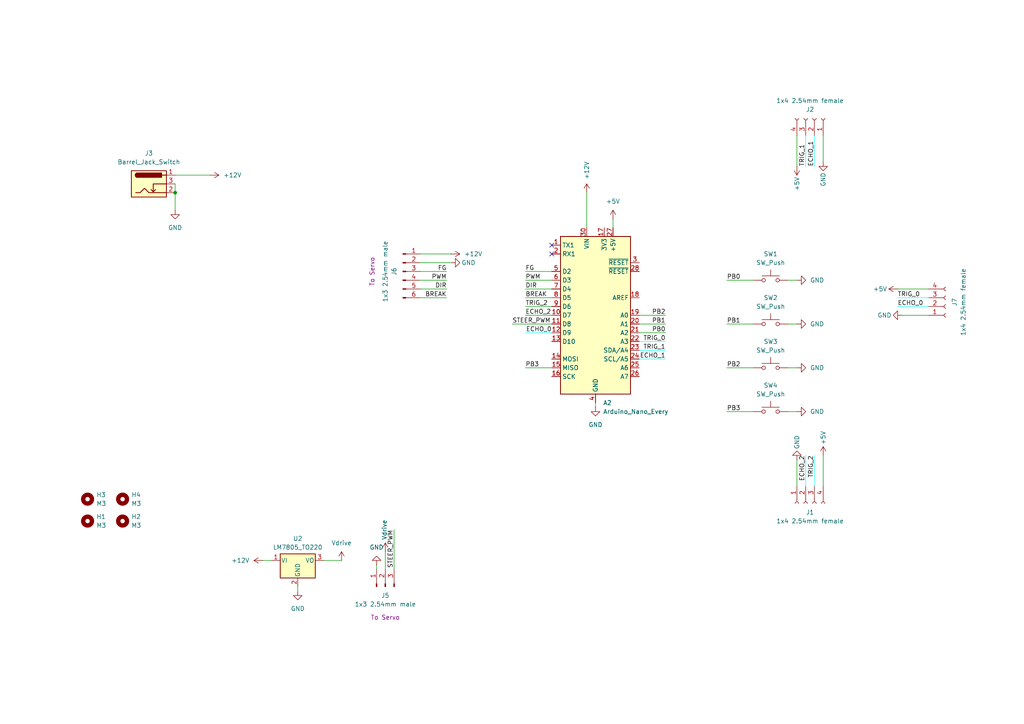
<source format=kicad_sch>
(kicad_sch (version 20231120) (generator "eeschema") (generator_version "8.0")
  (paper "A4")
  (lib_symbols
    (symbol "Connector:Barrel_Jack_Switch" (pin_names hide)
      (property "Reference" "J" (at 0 5.334 0))
      (property "Value" "Barrel_Jack_Switch" (at 0 -5.08 0))
      (symbol "Barrel_Jack_Switch_0_1"
        (rectangle (start -5.08 3.81) (end 5.08 -3.81) (stroke (width 0.254)) (fill (type background)))
        (arc (start -3.302 3.175) (mid -3.9343 2.54) (end -3.302 1.905) (stroke (width 0.254)))
        (arc (start -3.302 3.175) (mid -3.9343 2.54) (end -3.302 1.905) (stroke (width 0.254)) (fill (type outline)))
        (polyline (pts (xy 1.27 -2.286) (xy 1.905 -1.651)) (stroke (width 0.254)))
        (polyline (pts (xy 5.08 2.54) (xy 3.81 2.54)) (stroke (width 0.254)))
        (polyline (pts (xy 5.08 0) (xy 1.27 0) (xy 1.27 -2.286) (xy 0.635 -1.651)) (stroke (width 0.254)))
        (polyline (pts (xy -3.81 -2.54) (xy -2.54 -2.54) (xy -1.27 -1.27) (xy 0 -2.54) (xy 2.54 -2.54) (xy 5.08 -2.54)) (stroke (width 0.254)))
        (rectangle (start 3.683 3.175) (end -3.302 1.905) (stroke (width 0.254)) (fill (type outline)))
      )
      (symbol "Barrel_Jack_Switch_1_1"
        (pin passive line (at 7.62 2.54 180) (length 2.54) (name "~") (number "1"))
        (pin passive line (at 7.62 -2.54 180) (length 2.54) (name "~") (number "2"))
        (pin passive line (at 7.62 0 180) (length 2.54) (name "~") (number "3"))
      )
    )
    (symbol "Connector:Conn_01x03_Pin" (pin_names (offset 1.016) hide)
      (property "Reference" "J" (at 0 5.08 0))
      (property "Value" "Conn_01x03_Pin" (at 0 -5.08 0))
      (symbol "Conn_01x03_Pin_1_1"
        (polyline (pts (xy 1.27 -2.54) (xy 0.8636 -2.54)) (stroke (width 0.1524)))
        (polyline (pts (xy 1.27 0) (xy 0.8636 0)) (stroke (width 0.1524)))
        (polyline (pts (xy 1.27 2.54) (xy 0.8636 2.54)) (stroke (width 0.1524)))
        (rectangle (start 0.8636 -2.413) (end 0 -2.667) (stroke (width 0.1524)) (fill (type outline)))
        (rectangle (start 0.8636 0.127) (end 0 -0.127) (stroke (width 0.1524)) (fill (type outline)))
        (rectangle (start 0.8636 2.667) (end 0 2.413) (stroke (width 0.1524)) (fill (type outline)))
        (pin passive line (at 5.08 2.54 180) (length 3.81) (name "Pin_1") (number "1"))
        (pin passive line (at 5.08 0 180) (length 3.81) (name "Pin_2") (number "2"))
        (pin passive line (at 5.08 -2.54 180) (length 3.81) (name "Pin_3") (number "3"))
      )
    )
    (symbol "Connector:Conn_01x04_Socket" (pin_names (offset 1.016) hide)
      (property "Reference" "J" (at 0 5.08 0))
      (property "Value" "Conn_01x04_Socket" (at 0 -7.62 0))
      (symbol "Conn_01x04_Socket_1_1"
        (arc (start 0 -4.572) (mid -0.5058 -5.08) (end 0 -5.588) (stroke (width 0.1524)))
        (arc (start 0 -2.032) (mid -0.5058 -2.54) (end 0 -3.048) (stroke (width 0.1524)))
        (polyline (pts (xy -1.27 -5.08) (xy -0.508 -5.08)) (stroke (width 0.1524)))
        (polyline (pts (xy -1.27 -2.54) (xy -0.508 -2.54)) (stroke (width 0.1524)))
        (polyline (pts (xy -1.27 0) (xy -0.508 0)) (stroke (width 0.1524)))
        (polyline (pts (xy -1.27 2.54) (xy -0.508 2.54)) (stroke (width 0.1524)))
        (arc (start 0 0.508) (mid -0.5058 0) (end 0 -0.508) (stroke (width 0.1524)))
        (arc (start 0 3.048) (mid -0.5058 2.54) (end 0 2.032) (stroke (width 0.1524)))
        (pin passive line (at -5.08 2.54 0) (length 3.81) (name "Pin_1") (number "1"))
        (pin passive line (at -5.08 0 0) (length 3.81) (name "Pin_2") (number "2"))
        (pin passive line (at -5.08 -2.54 0) (length 3.81) (name "Pin_3") (number "3"))
        (pin passive line (at -5.08 -5.08 0) (length 3.81) (name "Pin_4") (number "4"))
      )
    )
    (symbol "Connector:Conn_01x06_Pin" (pin_names (offset 1.016) hide)
      (property "Reference" "J" (at 0 7.62 0))
      (property "Value" "Conn_01x06_Pin" (at 0 -10.16 0))
      (symbol "Conn_01x06_Pin_1_1"
        (polyline (pts (xy 1.27 -7.62) (xy 0.8636 -7.62)) (stroke (width 0.1524)))
        (polyline (pts (xy 1.27 -5.08) (xy 0.8636 -5.08)) (stroke (width 0.1524)))
        (polyline (pts (xy 1.27 -2.54) (xy 0.8636 -2.54)) (stroke (width 0.1524)))
        (polyline (pts (xy 1.27 0) (xy 0.8636 0)) (stroke (width 0.1524)))
        (polyline (pts (xy 1.27 2.54) (xy 0.8636 2.54)) (stroke (width 0.1524)))
        (polyline (pts (xy 1.27 5.08) (xy 0.8636 5.08)) (stroke (width 0.1524)))
        (rectangle (start 0.8636 -7.493) (end 0 -7.747) (stroke (width 0.1524)) (fill (type outline)))
        (rectangle (start 0.8636 -4.953) (end 0 -5.207) (stroke (width 0.1524)) (fill (type outline)))
        (rectangle (start 0.8636 -2.413) (end 0 -2.667) (stroke (width 0.1524)) (fill (type outline)))
        (rectangle (start 0.8636 0.127) (end 0 -0.127) (stroke (width 0.1524)) (fill (type outline)))
        (rectangle (start 0.8636 2.667) (end 0 2.413) (stroke (width 0.1524)) (fill (type outline)))
        (rectangle (start 0.8636 5.207) (end 0 4.953) (stroke (width 0.1524)) (fill (type outline)))
        (pin passive line (at 5.08 5.08 180) (length 3.81) (name "Pin_1") (number "1"))
        (pin passive line (at 5.08 2.54 180) (length 3.81) (name "Pin_2") (number "2"))
        (pin passive line (at 5.08 0 180) (length 3.81) (name "Pin_3") (number "3"))
        (pin passive line (at 5.08 -2.54 180) (length 3.81) (name "Pin_4") (number "4"))
        (pin passive line (at 5.08 -5.08 180) (length 3.81) (name "Pin_5") (number "5"))
        (pin passive line (at 5.08 -7.62 180) (length 3.81) (name "Pin_6") (number "6"))
      )
    )
    (symbol "MCU_Module:Arduino_Nano_Every"
      (property "Reference" "A" (at -10.16 23.495 0))
      (property "Value" "Arduino_Nano_Every" (at 5.08 -24.13 0))
      (symbol "Arduino_Nano_Every_0_1"
        (rectangle (start -10.16 22.86) (end 10.16 -22.86) (stroke (width 0.254)) (fill (type background)))
      )
      (symbol "Arduino_Nano_Every_1_1"
        (pin bidirectional line (at -12.7 20.32 0) (length 2.54) (name "TX1") (number "1"))
        (pin bidirectional line (at -12.7 0 0) (length 2.54) (name "D7") (number "10"))
        (pin bidirectional line (at -12.7 -2.54 0) (length 2.54) (name "D8") (number "11"))
        (pin bidirectional line (at -12.7 -5.08 0) (length 2.54) (name "D9") (number "12"))
        (pin bidirectional line (at -12.7 -7.62 0) (length 2.54) (name "D10") (number "13"))
        (pin bidirectional line (at -12.7 -12.7 0) (length 2.54) (name "MOSI") (number "14"))
        (pin bidirectional line (at -12.7 -15.24 0) (length 2.54) (name "MISO") (number "15"))
        (pin bidirectional line (at -12.7 -17.78 0) (length 2.54) (name "SCK") (number "16"))
        (pin power_out line (at 2.54 25.4 270) (length 2.54) (name "3V3") (number "17"))
        (pin input line (at 12.7 5.08 180) (length 2.54) (name "AREF") (number "18"))
        (pin bidirectional line (at 12.7 0 180) (length 2.54) (name "A0") (number "19"))
        (pin bidirectional line (at -12.7 17.78 0) (length 2.54) (name "RX1") (number "2"))
        (pin bidirectional line (at 12.7 -2.54 180) (length 2.54) (name "A1") (number "20"))
        (pin bidirectional line (at 12.7 -5.08 180) (length 2.54) (name "A2") (number "21"))
        (pin bidirectional line (at 12.7 -7.62 180) (length 2.54) (name "A3") (number "22"))
        (pin bidirectional line (at 12.7 -10.16 180) (length 2.54) (name "SDA/A4") (number "23"))
        (pin bidirectional line (at 12.7 -12.7 180) (length 2.54) (name "SCL/A5") (number "24"))
        (pin bidirectional line (at 12.7 -15.24 180) (length 2.54) (name "A6") (number "25"))
        (pin bidirectional line (at 12.7 -17.78 180) (length 2.54) (name "A7") (number "26"))
        (pin power_out line (at 5.08 25.4 270) (length 2.54) (name "+5V") (number "27"))
        (pin input line (at 12.7 12.7 180) (length 2.54) (name "~{RESET}") (number "28"))
        (pin passive line (at 0 -25.4 90) (length 2.54) hide (name "GND") (number "29"))
        (pin input line (at 12.7 15.24 180) (length 2.54) (name "~{RESET}") (number "3"))
        (pin power_in line (at -2.54 25.4 270) (length 2.54) (name "VIN") (number "30"))
        (pin power_in line (at 0 -25.4 90) (length 2.54) (name "GND") (number "4"))
        (pin bidirectional line (at -12.7 12.7 0) (length 2.54) (name "D2") (number "5"))
        (pin bidirectional line (at -12.7 10.16 0) (length 2.54) (name "D3") (number "6"))
        (pin bidirectional line (at -12.7 7.62 0) (length 2.54) (name "D4") (number "7"))
        (pin bidirectional line (at -12.7 5.08 0) (length 2.54) (name "D5") (number "8"))
        (pin bidirectional line (at -12.7 2.54 0) (length 2.54) (name "D6") (number "9"))
      )
    )
    (symbol "Mechanical:MountingHole" (pin_names (offset 1.016)) (exclude_from_sim yes) (in_bom no)
      (property "Reference" "H" (at 0 5.08 0))
      (property "Value" "MountingHole" (at 0 3.175 0))
      (symbol "MountingHole_0_1"
        (circle (center 0 0) (radius 1.27) (stroke (width 1.27)))
      )
    )
    (symbol "Regulator_Linear:LM7805_TO220" (pin_names (offset 0.254))
      (property "Reference" "U" (at -3.81 3.175 0))
      (property "Value" "LM7805_TO220" (at 0 3.175 0))
      (symbol "LM7805_TO220_0_1"
        (rectangle (start -5.08 1.905) (end 5.08 -5.08) (stroke (width 0.254)) (fill (type background)))
      )
      (symbol "LM7805_TO220_1_1"
        (pin power_in line (at -7.62 0 0) (length 2.54) (name "VI") (number "1"))
        (pin power_in line (at 0 -7.62 90) (length 2.54) (name "GND") (number "2"))
        (pin power_out line (at 7.62 0 180) (length 2.54) (name "VO") (number "3"))
      )
    )
    (symbol "Switch:SW_Push" (pin_numbers hide) (pin_names (offset 1.016) hide)
      (property "Reference" "SW" (at 1.27 2.54 0))
      (property "Value" "SW_Push" (at 0 -1.524 0))
      (symbol "SW_Push_0_1"
        (circle (center -2.032 0) (radius 0.508))
        (polyline (pts (xy 0 1.27) (xy 0 3.048)))
        (polyline (pts (xy 2.54 1.27) (xy -2.54 1.27)))
        (circle (center 2.032 0) (radius 0.508))
        (pin passive line (at -5.08 0 0) (length 2.54) (name "1") (number "1"))
        (pin passive line (at 5.08 0 180) (length 2.54) (name "2") (number "2"))
      )
    )
    (symbol "power:+12V" (power) (pin_numbers hide) (pin_names (offset 0) hide)
      (property "Value" "+12V" (at 0 3.556 0))
      (symbol "+12V_0_1"
        (polyline (pts (xy -0.762 1.27) (xy 0 2.54)))
        (polyline (pts (xy 0 0) (xy 0 2.54)))
        (polyline (pts (xy 0 2.54) (xy 0.762 1.27)))
      )
      (symbol "+12V_1_1"
        (pin power_in line (at 0 0 90) (length 0) (name "~") (number "1"))
      )
    )
    (symbol "power:+5V" (power) (pin_numbers hide) (pin_names (offset 0) hide)
      (property "Value" "+5V" (at 0 3.556 0))
      (symbol "+5V_0_1"
        (polyline (pts (xy -0.762 1.27) (xy 0 2.54)))
        (polyline (pts (xy 0 0) (xy 0 2.54)))
        (polyline (pts (xy 0 2.54) (xy 0.762 1.27)))
      )
      (symbol "+5V_1_1"
        (pin power_in line (at 0 0 90) (length 0) (name "~") (number "1"))
      )
    )
    (symbol "power:GND" (power) (pin_numbers hide) (pin_names (offset 0) hide)
      (property "Value" "GND" (at 0 -3.81 0))
      (symbol "GND_0_1"
        (polyline (pts (xy 0 0) (xy 0 -1.27) (xy 1.27 -1.27) (xy 0 -2.54) (xy -1.27 -1.27) (xy 0 -1.27)))
      )
      (symbol "GND_1_1"
        (pin power_in line (at 0 0 270) (length 0) (name "~") (number "1"))
      )
    )
    (symbol "power:Vdrive" (power) (pin_numbers hide) (pin_names (offset 0) hide)
      (property "Value" "Vdrive" (at 0 3.556 0))
      (symbol "Vdrive_0_1"
        (polyline (pts (xy -0.762 1.27) (xy 0 2.54)))
        (polyline (pts (xy 0 0) (xy 0 2.54)))
        (polyline (pts (xy 0 2.54) (xy 0.762 1.27)))
      )
      (symbol "Vdrive_1_1"
        (pin power_in line (at 0 0 90) (length 0) (name "~") (number "1"))
      )
    )
  )
  (junction (at 50.8 55.88))
  (no_connect (at 160.02 71.12))
  (no_connect (at 160.02 73.66))
  (wire (pts (xy 185.42 101.6) (xy 193.04 101.6)) (stroke (width 0) (color 0 255 255 1)))
  (wire (pts (xy 129.54 86.36) (xy 121.92 86.36)))
  (wire (pts (xy 50.8 50.8) (xy 60.96 50.8)))
  (wire (pts (xy 111.76 160.02) (xy 111.76 165.1)))
  (wire (pts (xy 210.82 106.68) (xy 218.44 106.68)))
  (wire (pts (xy 160.02 88.9) (xy 152.4 88.9)))
  (wire (pts (xy 185.42 104.14) (xy 193.04 104.14)) (stroke (width 0) (color 0 255 255 1)))
  (wire (pts (xy 233.68 132.08) (xy 233.68 140.97)) (stroke (width 0) (color 0 255 255 1)))
  (wire (pts (xy 129.54 81.28) (xy 121.92 81.28)))
  (wire (pts (xy 260.35 83.82) (xy 269.24 83.82)))
  (wire (pts (xy 177.8 63.5) (xy 177.8 66.04)))
  (wire (pts (xy 86.36 171.45) (xy 86.36 170.18)))
  (wire (pts (xy 76.2 162.56) (xy 78.74 162.56)))
  (wire (pts (xy 170.18 66.04) (xy 170.18 55.88)))
  (wire (pts (xy 50.8 53.34) (xy 50.8 55.88)))
  (wire (pts (xy 160.02 91.44) (xy 152.4 91.44)))
  (wire (pts (xy 152.4 96.52) (xy 160.02 96.52)) (stroke (width 0) (color 0 255 255 1)))
  (wire (pts (xy 210.82 119.38) (xy 218.44 119.38)))
  (wire (pts (xy 50.8 55.88) (xy 50.8 60.96)))
  (wire (pts (xy 109.22 163.83) (xy 109.22 165.1)))
  (wire (pts (xy 238.76 46.99) (xy 238.76 39.37)))
  (wire (pts (xy 185.42 99.06) (xy 193.04 99.06)) (stroke (width 0) (color 0 255 255 1)))
  (wire (pts (xy 228.6 93.98) (xy 231.14 93.98)))
  (wire (pts (xy 152.4 81.28) (xy 160.02 81.28)))
  (wire (pts (xy 210.82 93.98) (xy 218.44 93.98)))
  (wire (pts (xy 152.4 86.36) (xy 160.02 86.36)))
  (wire (pts (xy 231.14 48.26) (xy 231.14 39.37)))
  (wire (pts (xy 228.6 81.28) (xy 231.14 81.28)))
  (wire (pts (xy 236.22 48.26) (xy 236.22 39.37)) (stroke (width 0) (color 0 255 255 1)))
  (wire (pts (xy 114.3 153.67) (xy 114.3 165.1)))
  (wire (pts (xy 93.98 162.56) (xy 99.06 162.56)))
  (wire (pts (xy 152.4 83.82) (xy 160.02 83.82)))
  (wire (pts (xy 193.04 91.44) (xy 185.42 91.44)))
  (wire (pts (xy 129.54 83.82) (xy 121.92 83.82)))
  (wire (pts (xy 233.68 48.26) (xy 233.68 39.37)) (stroke (width 0) (color 0 255 255 1)))
  (wire (pts (xy 210.82 81.28) (xy 218.44 81.28)))
  (wire (pts (xy 260.35 86.36) (xy 269.24 86.36)) (stroke (width 0) (color 0 255 255 1)))
  (wire (pts (xy 148.59 93.98) (xy 160.02 93.98)))
  (wire (pts (xy 193.04 93.98) (xy 185.42 93.98)))
  (wire (pts (xy 228.6 119.38) (xy 231.14 119.38)))
  (wire (pts (xy 152.4 106.68) (xy 160.02 106.68)))
  (wire (pts (xy 152.4 78.74) (xy 160.02 78.74)))
  (wire (pts (xy 228.6 106.68) (xy 231.14 106.68)))
  (wire (pts (xy 172.72 118.11) (xy 172.72 116.84)))
  (wire (pts (xy 130.81 76.2) (xy 121.92 76.2)))
  (wire (pts (xy 261.62 91.44) (xy 269.24 91.44)))
  (wire (pts (xy 231.14 133.35) (xy 231.14 140.97)))
  (wire (pts (xy 193.04 96.52) (xy 185.42 96.52)))
  (wire (pts (xy 121.92 73.66) (xy 130.81 73.66)))
  (wire (pts (xy 238.76 132.08) (xy 238.76 140.97)))
  (wire (pts (xy 236.22 132.08) (xy 236.22 140.97)) (stroke (width 0) (color 0 255 255 1)))
  (wire (pts (xy 260.35 88.9) (xy 269.24 88.9)) (stroke (width 0) (color 0 255 255 1)))
  (wire (pts (xy 129.54 78.74) (xy 121.92 78.74)))
  (label "TRIG_1" (at 233.68 48.26 90))
  (label "TRIG_2" (at 152.4 88.9 0))
  (label "TRIG_1" (at 193.04 101.6 180))
  (label "PWM" (at 152.4 81.28 0))
  (label "PB2" (at 193.04 91.44 180))
  (label "ECHO_0" (at 160.02 96.52 180))
  (label "PB0" (at 193.04 96.52 180))
  (label "STEER_PWM" (at 148.59 93.98 0))
  (label "PB3" (at 210.82 119.38 0))
  (label "BREAK" (at 152.4 86.36 0))
  (label "FG" (at 129.54 78.74 180))
  (label "BREAK" (at 129.54 86.36 180))
  (label "PB3" (at 152.4 106.68 0))
  (label "ECHO_2" (at 233.68 132.08 270))
  (label "PWM" (at 129.54 81.28 180))
  (label "ECHO_2" (at 152.4 91.44 0))
  (label "DIR" (at 129.54 83.82 180))
  (label "TRIG_2" (at 236.22 132.08 270))
  (label "PB1" (at 193.04 93.98 180))
  (label "ECHO_0" (at 260.35 88.9 0))
  (label "DIR" (at 152.4 83.82 0))
  (label "PB2" (at 210.82 106.68 0))
  (label "ECHO_1" (at 193.04 104.14 180))
  (label "STEER_PWM" (at 114.3 153.67 270))
  (label "ECHO_1" (at 236.22 48.26 90))
  (label "TRIG_0" (at 260.35 86.36 0))
  (label "PB1" (at 210.82 93.98 0))
  (label "TRIG_0" (at 193.04 99.06 180))
  (label "PB0" (at 210.82 81.28 0))
  (label "FG" (at 152.4 78.74 0))
  (symbol (lib_id "Connector:Conn_01x04_Socket") (at 274.32 88.9 0) (mirror x) (unit 1)
    (property "Reference" "J7" (at 276.86 87.63 90))
    (property "Value" "1x4 2.54mm female" (at 279.4 87.63 90))
    (property "Footprint" "Connector_PinSocket_2.54mm:PinSocket_1x04_P2.54mm_Vertical" (effects (hide yes)))
    (property "Description" "Generic connector, single row, 01x04, script generated" (effects (hide yes)))
  )
  (symbol (lib_id "power:GND") (at 172.72 118.11 0) (unit 1)
    (property "Reference" "#PWR10" (effects (hide yes)))
    (property "Value" "GND" (at 172.72 123.19 0))
    (property "Description" "Power symbol creates a global label with name \"GND\" , ground" (effects (hide yes)))
  )
  (symbol (lib_id "power:+5V") (at 260.35 83.82 90) (mirror x) (unit 1)
    (property "Reference" "#PWR20" (effects (hide yes)))
    (property "Value" "+5V" (at 255.27 83.82 90))
    (property "Description" "Power symbol creates a global label with name \"+5V\"" (effects (hide yes)))
  )
  (symbol (lib_id "Connector:Conn_01x03_Pin") (at 111.76 170.18 90) (unit 1)
    (property "Reference" "J5" (at 111.76 172.72 90))
    (property "Value" "1x3 2.54mm male" (at 111.76 175.26 90))
    (property "Footprint" "Connector_PinSocket_2.54mm:PinSocket_1x03_P2.54mm_Vertical" (effects (hide yes)))
    (property "Description" "Generic connector, single row, 01x03, script generated" (effects (hide yes)))
    (property "Comment" "To Servo" (at 111.76 179.07 90))
  )
  (symbol (lib_id "power:GND") (at 231.14 93.98 90) (unit 1)
    (property "Reference" "#PWR14" (effects (hide yes)))
    (property "Value" "GND" (at 234.95 93.9799 90) (effects (justify right)))
    (property "Description" "Power symbol creates a global label with name \"GND\" , ground" (effects (hide yes)))
  )
  (symbol (lib_id "power:GND") (at 86.36 171.45 0) (unit 1)
    (property "Reference" "#PWR1" (effects (hide yes)))
    (property "Value" "GND" (at 86.36 176.53 0))
    (property "Description" "Power symbol creates a global label with name \"GND\" , ground" (effects (hide yes)))
  )
  (symbol (lib_id "Connector:Conn_01x04_Socket") (at 236.22 34.29 270) (mirror x) (unit 1)
    (property "Reference" "J2" (at 234.95 31.75 90))
    (property "Value" "1x4 2.54mm female" (at 234.95 29.21 90))
    (property "Footprint" "Connector_PinSocket_2.54mm:PinSocket_1x04_P2.54mm_Vertical" (effects (hide yes)))
    (property "Description" "Generic connector, single row, 01x04, script generated" (effects (hide yes)))
  )
  (symbol (lib_id "power:GND") (at 231.14 119.38 90) (unit 1)
    (property "Reference" "#PWR22" (effects (hide yes)))
    (property "Value" "GND" (at 234.95 119.3799 90) (effects (justify right)))
    (property "Description" "Power symbol creates a global label with name \"GND\" , ground" (effects (hide yes)))
  )
  (symbol (lib_id "power:+12V") (at 130.81 73.66 270) (unit 1)
    (property "Reference" "#PWR13" (effects (hide yes)))
    (property "Value" "+12V" (at 134.62 73.6599 90) (effects (justify left)))
    (property "Description" "Power symbol creates a global label with name \"+12V\"" (effects (hide yes)))
  )
  (symbol (lib_id "power:GND") (at 109.22 163.83 180) (unit 1)
    (property "Reference" "#PWR7" (effects (hide yes)))
    (property "Value" "GND" (at 109.22 158.75 0))
    (property "Description" "Power symbol creates a global label with name \"GND\" , ground" (effects (hide yes)))
  )
  (symbol (lib_id "power:GND") (at 231.14 133.35 0) (mirror x) (unit 1)
    (property "Reference" "#PWR17" (effects (hide yes)))
    (property "Value" "GND" (at 231.14 128.27 90))
    (property "Description" "Power symbol creates a global label with name \"GND\" , ground" (effects (hide yes)))
  )
  (symbol (lib_id "Switch:SW_Push") (at 223.52 81.28 0) (unit 1)
    (property "Reference" "SW1" (at 223.52 73.66 0))
    (property "Value" "SW_Push" (at 223.52 76.2 0))
    (property "Footprint" "Button_Switch_THT:SW_PUSH_6mm" (effects (hide yes)))
    (property "Description" "Push button switch, generic, two pins" (effects (hide yes)))
  )
  (symbol (lib_id "power:Vdrive") (at 111.76 160.02 0) (unit 1)
    (property "Reference" "#PWR8" (effects (hide yes)))
    (property "Value" "Vdrive" (at 111.506 153.67 90))
    (property "Description" "Power symbol creates a global label with name \"Vdrive\"" (effects (hide yes)))
  )
  (symbol (lib_id "power:+5V") (at 177.8 63.5 0) (unit 1)
    (property "Reference" "#PWR5" (effects (hide yes)))
    (property "Value" "+5V" (at 177.8 58.42 0))
    (property "Description" "Power symbol creates a global label with name \"+5V\"" (effects (hide yes)))
  )
  (symbol (lib_id "power:+12V") (at 60.96 50.8 270) (unit 1)
    (property "Reference" "#PWR2" (effects (hide yes)))
    (property "Value" "+12V" (at 64.77 50.7999 90) (effects (justify left)))
    (property "Description" "Power symbol creates a global label with name \"+12V\"" (effects (hide yes)))
  )
  (symbol (lib_id "Switch:SW_Push") (at 223.52 93.98 0) (unit 1)
    (property "Reference" "SW2" (at 223.52 86.36 0))
    (property "Value" "SW_Push" (at 223.52 88.9 0))
    (property "Footprint" "Button_Switch_THT:SW_PUSH_6mm" (effects (hide yes)))
    (property "Description" "Push button switch, generic, two pins" (effects (hide yes)))
  )
  (symbol (lib_id "power:+12V") (at 170.18 55.88 0) (unit 1)
    (property "Reference" "#PWR9" (effects (hide yes)))
    (property "Value" "+12V" (at 170.1799 52.07 90) (effects (justify left)))
    (property "Description" "Power symbol creates a global label with name \"+12V\"" (effects (hide yes)))
  )
  (symbol (lib_id "power:GND") (at 261.62 91.44 270) (mirror x) (unit 1)
    (property "Reference" "#PWR19" (effects (hide yes)))
    (property "Value" "GND" (at 256.54 91.44 90))
    (property "Description" "Power symbol creates a global label with name \"GND\" , ground" (effects (hide yes)))
  )
  (symbol (lib_id "Switch:SW_Push") (at 223.52 106.68 0) (unit 1)
    (property "Reference" "SW3" (at 223.52 99.06 0))
    (property "Value" "SW_Push" (at 223.52 101.6 0))
    (property "Footprint" "Button_Switch_THT:SW_PUSH_6mm" (effects (hide yes)))
    (property "Description" "Push button switch, generic, two pins" (effects (hide yes)))
  )
  (symbol (lib_id "Mechanical:MountingHole") (at 25.4 151.13 0) (unit 1) (exclude_from_sim yes) (in_bom no)
    (property "Reference" "H1" (at 27.94 149.8599 0) (effects (justify left)))
    (property "Value" "M3" (at 27.94 152.3999 0) (effects (justify left)))
    (property "Footprint" "MountingHole:MountingHole_3.2mm_M3" (effects (hide yes)))
    (property "Description" "Mounting Hole without connection" (effects (hide yes)))
  )
  (symbol (lib_id "power:Vdrive") (at 99.06 162.56 0) (unit 1)
    (property "Reference" "#PWR6" (effects (hide yes)))
    (property "Value" "Vdrive" (at 99.06 157.48 0))
    (property "Description" "Power symbol creates a global label with name \"Vdrive\"" (effects (hide yes)))
  )
  (symbol (lib_id "power:+5V") (at 238.76 132.08 0) (mirror y) (unit 1)
    (property "Reference" "#PWR18" (effects (hide yes)))
    (property "Value" "+5V" (at 238.76 127 90))
    (property "Description" "Power symbol creates a global label with name \"+5V\"" (effects (hide yes)))
  )
  (symbol (lib_id "Mechanical:MountingHole") (at 25.4 144.78 0) (unit 1) (exclude_from_sim yes) (in_bom no)
    (property "Reference" "H3" (at 27.94 143.5099 0) (effects (justify left)))
    (property "Value" "M3" (at 27.94 146.0499 0) (effects (justify left)))
    (property "Footprint" "MountingHole:MountingHole_3.2mm_M3" (effects (hide yes)))
    (property "Description" "Mounting Hole without connection" (effects (hide yes)))
  )
  (symbol (lib_id "power:+5V") (at 231.14 48.26 0) (mirror x) (unit 1)
    (property "Reference" "#PWR15" (effects (hide yes)))
    (property "Value" "+5V" (at 231.14 53.34 90))
    (property "Description" "Power symbol creates a global label with name \"+5V\"" (effects (hide yes)))
  )
  (symbol (lib_id "power:GND") (at 238.76 46.99 0) (mirror y) (unit 1)
    (property "Reference" "#PWR16" (effects (hide yes)))
    (property "Value" "GND" (at 238.76 52.07 90))
    (property "Description" "Power symbol creates a global label with name \"GND\" , ground" (effects (hide yes)))
  )
  (symbol (lib_id "Mechanical:MountingHole") (at 35.56 144.78 0) (unit 1) (exclude_from_sim yes) (in_bom no)
    (property "Reference" "H4" (at 38.1 143.5099 0) (effects (justify left)))
    (property "Value" "M3" (at 38.1 146.0499 0) (effects (justify left)))
    (property "Footprint" "MountingHole:MountingHole_3.2mm_M3" (effects (hide yes)))
    (property "Description" "Mounting Hole without connection" (effects (hide yes)))
  )
  (symbol (lib_id "power:GND") (at 231.14 81.28 90) (unit 1)
    (property "Reference" "#PWR12" (effects (hide yes)))
    (property "Value" "GND" (at 234.95 81.2799 90) (effects (justify right)))
    (property "Description" "Power symbol creates a global label with name \"GND\" , ground" (effects (hide yes)))
  )
  (symbol (lib_id "Connector:Barrel_Jack_Switch") (at 43.18 53.34 0) (unit 1)
    (property "Reference" "J3" (at 43.18 44.45 0))
    (property "Value" "Barrel_Jack_Switch" (at 43.18 46.99 0))
    (property "Footprint" "Connector_BarrelJack:BarrelJack_Horizontal" (effects (hide yes)))
    (property "Description" "DC Barrel Jack with an internal switch" (effects (hide yes)))
  )
  (symbol (lib_id "Switch:SW_Push") (at 223.52 119.38 0) (unit 1)
    (property "Reference" "SW4" (at 223.52 111.76 0))
    (property "Value" "SW_Push" (at 223.52 114.3 0))
    (property "Footprint" "Button_Switch_THT:SW_PUSH_6mm" (effects (hide yes)))
    (property "Description" "Push button switch, generic, two pins" (effects (hide yes)))
  )
  (symbol (lib_id "power:+12V") (at 76.2 162.56 90) (unit 1)
    (property "Reference" "#PWR4" (effects (hide yes)))
    (property "Value" "+12V" (at 72.39 162.5599 90) (effects (justify left)))
    (property "Description" "Power symbol creates a global label with name \"+12V\"" (effects (hide yes)))
  )
  (symbol (lib_id "power:GND") (at 130.81 76.2 90) (unit 1)
    (property "Reference" "#PWR11" (effects (hide yes)))
    (property "Value" "GND" (at 135.89 76.2 90))
    (property "Description" "Power symbol creates a global label with name \"GND\" , ground" (effects (hide yes)))
  )
  (symbol (lib_id "power:GND") (at 231.14 106.68 90) (unit 1)
    (property "Reference" "#PWR21" (effects (hide yes)))
    (property "Value" "GND" (at 234.95 106.6799 90) (effects (justify right)))
    (property "Description" "Power symbol creates a global label with name \"GND\" , ground" (effects (hide yes)))
  )
  (symbol (lib_id "Mechanical:MountingHole") (at 35.56 151.13 0) (unit 1) (exclude_from_sim yes) (in_bom no)
    (property "Reference" "H2" (at 38.1 149.8599 0) (effects (justify left)))
    (property "Value" "M3" (at 38.1 152.3999 0) (effects (justify left)))
    (property "Footprint" "MountingHole:MountingHole_3.2mm_M3" (effects (hide yes)))
    (property "Description" "Mounting Hole without connection" (effects (hide yes)))
  )
  (symbol (lib_id "MCU_Module:Arduino_Nano_Every") (at 172.72 91.44 0) (unit 1)
    (property "Reference" "A2" (at 174.9141 116.84 0) (effects (justify left)))
    (property "Value" "Arduino_Nano_Every" (at 174.9141 119.38 0) (effects (justify left)))
    (property "Footprint" "Module:Arduino_Nano" (effects (hide yes)))
    (property "Datasheet" "https://content.arduino.cc/assets/NANOEveryV3.0_sch.pdf" (effects (hide yes)))
    (property "Description" "Arduino Nano Every" (effects (hide yes)))
  )
  (symbol (lib_id "Regulator_Linear:LM7805_TO220") (at 86.36 162.56 0) (unit 1)
    (property "Reference" "U2" (at 86.36 156.21 0))
    (property "Value" "LM7805_TO220" (at 86.36 158.75 0))
    (property "Footprint" "Package_TO_SOT_THT:TO-220-3_Vertical" (effects (hide yes)))
    (property "Datasheet" "https://www.onsemi.cn/PowerSolutions/document/MC7800-D.PDF" (effects (hide yes)))
    (property "Description" "Positive 1A 35V Linear Regulator, Fixed Output 5V, TO-220" (effects (hide yes)))
  )
  (symbol (lib_id "power:GND") (at 50.8 60.96 0) (unit 1)
    (property "Reference" "#PWR3" (effects (hide yes)))
    (property "Value" "GND" (at 50.8 66.04 0))
    (property "Description" "Power symbol creates a global label with name \"GND\" , ground" (effects (hide yes)))
  )
  (symbol (lib_id "Connector:Conn_01x06_Pin") (at 116.84 78.74 0) (unit 1)
    (property "Reference" "J6" (at 114.3 78.74 90))
    (property "Value" "1x3 2.54mm male" (at 111.76 78.74 90))
    (property "Footprint" "Connector_PinSocket_2.54mm:PinSocket_1x06_P2.54mm_Vertical" (effects (hide yes)))
    (property "Description" "Generic connector, single row, 01x06, script generated" (effects (hide yes)))
    (property "Comment" "To Servo" (at 107.95 78.74 90))
  )
  (symbol (lib_id "Connector:Conn_01x04_Socket") (at 233.68 146.05 90) (mirror x) (unit 1)
    (property "Reference" "J1" (at 234.95 148.59 90))
    (property "Value" "1x4 2.54mm female" (at 234.95 151.13 90))
    (property "Footprint" "Connector_PinSocket_2.54mm:PinSocket_1x04_P2.54mm_Vertical" (effects (hide yes)))
    (property "Description" "Generic connector, single row, 01x04, script generated" (effects (hide yes)))
  )
)
</source>
